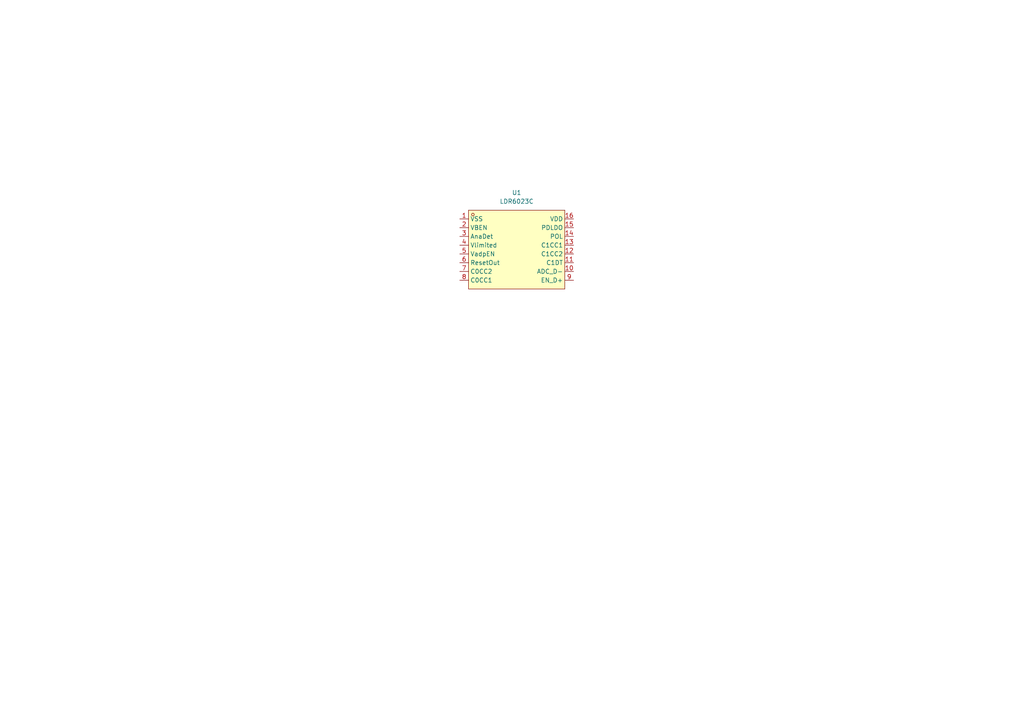
<source format=kicad_sch>
(kicad_sch (version 20231120) (generator "eeschema") (generator_version "8.0")
  (paper "A4")
  (lib_symbols
    (symbol "easyeda2kicad:LDR6023C"
      (property "Reference" "U" (at 0 13.97 0))
      (property "Value" "LDR6023C" (at 0 -13.97 0))
      (symbol "LDR6023C_0_1"
        (rectangle (start -13.97 11.43) (end 13.97 -11.43) (fill (type background)))
        (circle (center -12.7 10.16) (radius 0.38))
        (pin unspecified line (at -16.51 8.89 0) (length 2.54) (name "VSS") (number "1"))
        (pin unspecified line (at 16.51 -6.35 180) (length 2.54) (name "ADC_D-") (number "10"))
        (pin unspecified line (at 16.51 -3.81 180) (length 2.54) (name "C1DT") (number "11"))
        (pin unspecified line (at 16.51 -1.27 180) (length 2.54) (name "C1CC2") (number "12"))
        (pin unspecified line (at 16.51 1.27 180) (length 2.54) (name "C1CC1") (number "13"))
        (pin unspecified line (at 16.51 3.81 180) (length 2.54) (name "POL") (number "14"))
        (pin unspecified line (at 16.51 6.35 180) (length 2.54) (name "PDLDO") (number "15"))
        (pin unspecified line (at 16.51 8.89 180) (length 2.54) (name "VDD") (number "16"))
        (pin unspecified line (at -16.51 6.35 0) (length 2.54) (name "VBEN") (number "2"))
        (pin unspecified line (at -16.51 3.81 0) (length 2.54) (name "AnaDet") (number "3"))
        (pin unspecified line (at -16.51 1.27 0) (length 2.54) (name "Vlimited") (number "4"))
        (pin unspecified line (at -16.51 -1.27 0) (length 2.54) (name "VadpEN") (number "5"))
        (pin unspecified line (at -16.51 -3.81 0) (length 2.54) (name "ResetOut") (number "6"))
        (pin unspecified line (at -16.51 -6.35 0) (length 2.54) (name "C0CC2") (number "7"))
        (pin unspecified line (at -16.51 -8.89 0) (length 2.54) (name "C0CC1") (number "8"))
        (pin unspecified line (at 16.51 -8.89 180) (length 2.54) (name "EN_D+") (number "9"))
      )
    )
  )
  (symbol (lib_id "easyeda2kicad:LDR6023C") (at 149.86 72.39 0) (unit 1)
    (property "Reference" "U1" (at 149.86 55.88 0))
    (property "Value" "LDR6023C" (at 149.86 58.42 0))
    (property "Footprint" "easyeda2kicad:SSOP-16_L5.0-W4.4-P0.65-LS6.4-BL" (effects (hide yes)))
    (property "LCSC Part" "C2919628" (effects (hide yes)))
  )
)
</source>
